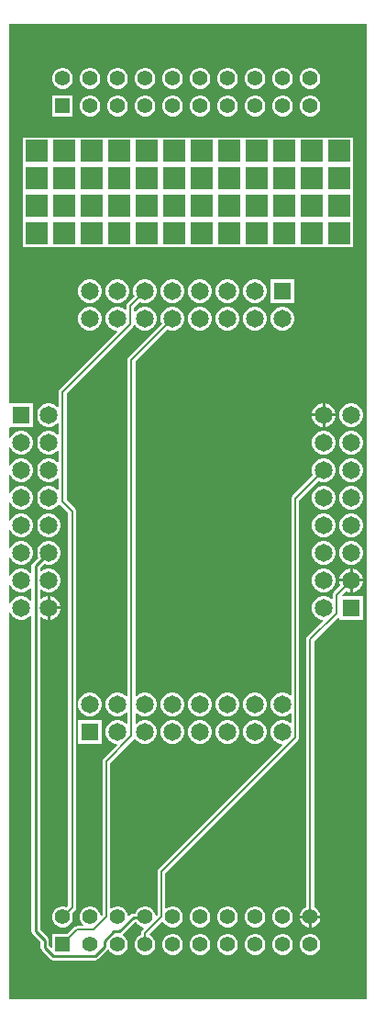
<source format=gbr>
%TF.GenerationSoftware,Altium Limited,Altium Designer,23.4.1 (23)*%
G04 Layer_Physical_Order=2*
G04 Layer_Color=16711680*
%FSLAX45Y45*%
%MOMM*%
%TF.SameCoordinates,6CFBE55C-8612-4E24-A10C-01F6C23EBCE3*%
%TF.FilePolarity,Positive*%
%TF.FileFunction,Copper,L2,Bot,Signal*%
%TF.Part,Single*%
G01*
G75*
%TA.AperFunction,Conductor*%
%ADD14C,0.25400*%
%ADD15C,0.20000*%
%TA.AperFunction,ComponentPad*%
%ADD16C,1.65000*%
%ADD17R,1.65000X1.65000*%
%ADD18R,1.65000X1.65000*%
%TA.AperFunction,ViaPad*%
%ADD19R,2.00000X2.00000*%
%TA.AperFunction,ComponentPad*%
%ADD20R,1.39000X1.39000*%
%ADD21C,1.39000*%
G36*
X3314700Y0D02*
X12700D01*
Y3571610D01*
X25400Y3573282D01*
X26453Y3569352D01*
X40659Y3544748D01*
X60748Y3524658D01*
X85352Y3510453D01*
X112795Y3503100D01*
X141205D01*
X168648Y3510453D01*
X193252Y3524658D01*
X208854Y3540260D01*
X221554Y3534999D01*
Y628600D01*
X224511Y613734D01*
X232931Y601131D01*
X304053Y530009D01*
Y480218D01*
X307011Y465353D01*
X315431Y452750D01*
X395250Y372931D01*
X407853Y364511D01*
X422718Y361554D01*
X806569D01*
X821435Y364511D01*
X834038Y372931D01*
X920067Y458961D01*
X934308Y459696D01*
X940061Y449730D01*
X957730Y432061D01*
X979370Y419567D01*
X1003506Y413100D01*
X1028494D01*
X1052630Y419567D01*
X1074270Y432061D01*
X1091939Y449730D01*
X1104433Y471370D01*
X1110900Y495506D01*
Y520494D01*
X1104433Y544630D01*
X1091939Y566270D01*
X1074270Y583939D01*
X1065649Y588917D01*
X1065039Y603933D01*
X1174826Y713719D01*
X1189097Y712329D01*
X1194061Y703730D01*
X1211730Y686061D01*
X1233370Y673567D01*
X1255093Y667747D01*
X1261037Y655730D01*
X1244478Y639171D01*
X1236654Y627462D01*
X1233907Y613649D01*
Y596576D01*
X1233370Y596433D01*
X1211730Y583939D01*
X1194061Y566270D01*
X1181567Y544630D01*
X1175100Y520494D01*
Y495506D01*
X1181567Y471370D01*
X1194061Y449730D01*
X1211730Y432061D01*
X1233370Y419567D01*
X1257506Y413100D01*
X1282494D01*
X1306630Y419567D01*
X1328270Y432061D01*
X1345939Y449730D01*
X1358433Y471370D01*
X1364900Y495506D01*
Y520494D01*
X1358433Y544630D01*
X1345939Y566270D01*
X1328270Y583939D01*
X1316240Y590885D01*
X1314150Y606756D01*
X1425244Y717850D01*
X1441115Y715760D01*
X1448061Y703730D01*
X1465730Y686061D01*
X1487370Y673567D01*
X1511506Y667100D01*
X1536494D01*
X1560630Y673567D01*
X1582270Y686061D01*
X1599939Y703730D01*
X1612433Y725370D01*
X1618900Y749506D01*
Y774494D01*
X1612433Y798630D01*
X1599939Y820270D01*
X1582270Y837939D01*
X1560630Y850433D01*
X1536494Y856900D01*
X1511506D01*
X1487370Y850433D01*
X1467893Y839188D01*
X1455193Y843481D01*
Y1166414D01*
X2682422Y2393642D01*
X2690246Y2405352D01*
X2692993Y2419164D01*
Y4603949D01*
X2872372Y4783328D01*
X2877352Y4780453D01*
X2904795Y4773100D01*
X2933205D01*
X2960648Y4780453D01*
X2985252Y4794658D01*
X3005341Y4814748D01*
X3019547Y4839352D01*
X3026900Y4866795D01*
Y4895205D01*
X3019547Y4922648D01*
X3005341Y4947252D01*
X2985252Y4967341D01*
X2960648Y4981547D01*
X2933205Y4988900D01*
X2904795D01*
X2877352Y4981547D01*
X2852748Y4967341D01*
X2832659Y4947252D01*
X2818453Y4922648D01*
X2811100Y4895205D01*
Y4866795D01*
X2818453Y4839352D01*
X2821328Y4834372D01*
X2631378Y4644422D01*
X2623554Y4632712D01*
X2620807Y4618900D01*
Y2809380D01*
X2609073Y2804520D01*
X2605252Y2808341D01*
X2580648Y2822547D01*
X2553205Y2829900D01*
X2524795D01*
X2497352Y2822547D01*
X2472748Y2808341D01*
X2452659Y2788252D01*
X2438453Y2763648D01*
X2431100Y2736205D01*
Y2707795D01*
X2438453Y2680352D01*
X2452659Y2655748D01*
X2472748Y2635658D01*
X2497352Y2621453D01*
X2524795Y2614100D01*
X2553205D01*
X2580648Y2621453D01*
X2605252Y2635658D01*
X2609073Y2639480D01*
X2620807Y2634619D01*
Y2555380D01*
X2609073Y2550520D01*
X2605252Y2554341D01*
X2580648Y2568547D01*
X2553205Y2575900D01*
X2524795D01*
X2497352Y2568547D01*
X2472748Y2554341D01*
X2452659Y2534252D01*
X2438453Y2509648D01*
X2431100Y2482205D01*
Y2453795D01*
X2438453Y2426352D01*
X2452659Y2401748D01*
X2472748Y2381658D01*
X2497352Y2367453D01*
X2524795Y2360100D01*
X2530198D01*
X2535058Y2348367D01*
X1393578Y1206886D01*
X1385754Y1195177D01*
X1383007Y1181364D01*
Y781082D01*
X1375930Y775709D01*
X1363233Y780713D01*
X1358433Y798630D01*
X1345939Y820270D01*
X1328270Y837939D01*
X1306630Y850433D01*
X1282494Y856900D01*
X1257506D01*
X1233370Y850433D01*
X1211730Y837939D01*
X1194061Y820270D01*
X1181567Y798630D01*
X1180615Y795077D01*
X1162400D01*
X1147534Y792120D01*
X1134931Y783699D01*
X1122281Y771049D01*
X1110238Y776966D01*
X1104433Y798630D01*
X1091939Y820270D01*
X1074270Y837939D01*
X1052630Y850433D01*
X1028494Y856900D01*
X1003506D01*
X979370Y850433D01*
X959893Y839188D01*
X947193Y843481D01*
Y2182414D01*
X1167457Y2402677D01*
X1181449Y2403843D01*
X1182659Y2401748D01*
X1202748Y2381658D01*
X1227352Y2367453D01*
X1254795Y2360100D01*
X1283205D01*
X1310648Y2367453D01*
X1335252Y2381658D01*
X1355341Y2401748D01*
X1369547Y2426352D01*
X1376900Y2453795D01*
Y2482205D01*
X1369547Y2509648D01*
X1355341Y2534252D01*
X1335252Y2554341D01*
X1310648Y2568547D01*
X1283205Y2575900D01*
X1254795D01*
X1227352Y2568547D01*
X1202748Y2554341D01*
X1192109Y2543703D01*
X1179409Y2548963D01*
Y2641037D01*
X1192109Y2646297D01*
X1202748Y2635658D01*
X1227352Y2621453D01*
X1254795Y2614100D01*
X1283205D01*
X1310648Y2621453D01*
X1335252Y2635658D01*
X1355341Y2655748D01*
X1369547Y2680352D01*
X1376900Y2707795D01*
Y2736205D01*
X1369547Y2763648D01*
X1355341Y2788252D01*
X1335252Y2808341D01*
X1310648Y2822547D01*
X1283205Y2829900D01*
X1254795D01*
X1227352Y2822547D01*
X1202748Y2808341D01*
X1192109Y2797703D01*
X1179409Y2802963D01*
Y5883365D01*
X1476372Y6180328D01*
X1481352Y6177453D01*
X1508795Y6170100D01*
X1537205D01*
X1564648Y6177453D01*
X1589252Y6191658D01*
X1609341Y6211748D01*
X1623547Y6236352D01*
X1630900Y6263795D01*
Y6292205D01*
X1623547Y6319648D01*
X1609341Y6344252D01*
X1589252Y6364341D01*
X1564648Y6378547D01*
X1537205Y6385900D01*
X1508795D01*
X1481352Y6378547D01*
X1456748Y6364341D01*
X1436659Y6344252D01*
X1422453Y6319648D01*
X1415100Y6292205D01*
Y6263795D01*
X1422453Y6236352D01*
X1425328Y6231372D01*
X1117794Y5923838D01*
X1109970Y5912128D01*
X1107222Y5898316D01*
Y2800332D01*
X1094522Y2795071D01*
X1081252Y2808341D01*
X1056648Y2822547D01*
X1029205Y2829900D01*
X1000795D01*
X973352Y2822547D01*
X948748Y2808341D01*
X928659Y2788252D01*
X914453Y2763648D01*
X907100Y2736205D01*
Y2707795D01*
X914453Y2680352D01*
X928659Y2655748D01*
X948748Y2635658D01*
X973352Y2621453D01*
X1000795Y2614100D01*
X1029205D01*
X1056648Y2621453D01*
X1081252Y2635658D01*
X1094522Y2648929D01*
X1107222Y2643668D01*
Y2546332D01*
X1094522Y2541071D01*
X1081252Y2554341D01*
X1056648Y2568547D01*
X1029205Y2575900D01*
X1000795D01*
X973352Y2568547D01*
X948748Y2554341D01*
X928659Y2534252D01*
X914453Y2509648D01*
X907100Y2482205D01*
Y2453795D01*
X914453Y2426352D01*
X928659Y2401748D01*
X948748Y2381658D01*
X973352Y2367453D01*
X1000795Y2360100D01*
X1006198D01*
X1011058Y2348367D01*
X885578Y2222886D01*
X877754Y2211177D01*
X875007Y2197364D01*
Y781082D01*
X867930Y775709D01*
X855233Y780713D01*
X850433Y798630D01*
X837939Y820270D01*
X820270Y837939D01*
X798630Y850433D01*
X774494Y856900D01*
X749506D01*
X725370Y850433D01*
X703730Y837939D01*
X686061Y820270D01*
X673567Y798630D01*
X667100Y774494D01*
Y749506D01*
X673567Y725370D01*
X686061Y703730D01*
X697973Y691818D01*
X692712Y679118D01*
X643025D01*
X629212Y676371D01*
X617503Y668547D01*
X551856Y602900D01*
X413100D01*
Y481549D01*
X401367Y476689D01*
X381747Y496309D01*
Y546100D01*
X378789Y560966D01*
X370369Y573569D01*
X299247Y644691D01*
Y3523566D01*
X310980Y3528427D01*
X314748Y3524658D01*
X339352Y3510453D01*
X366795Y3503100D01*
X368300D01*
Y3611000D01*
Y3718900D01*
X366795D01*
X339352Y3711547D01*
X314748Y3697341D01*
X310980Y3693573D01*
X299247Y3698434D01*
Y3777566D01*
X310980Y3782427D01*
X314748Y3778658D01*
X339352Y3764453D01*
X366795Y3757100D01*
X395205D01*
X422648Y3764453D01*
X447252Y3778658D01*
X467341Y3798748D01*
X481547Y3823352D01*
X488900Y3850795D01*
Y3879205D01*
X481547Y3906648D01*
X467341Y3931252D01*
X447252Y3951341D01*
X422648Y3965547D01*
X395205Y3972900D01*
X366795D01*
X339352Y3965547D01*
X314748Y3951341D01*
X310980Y3947573D01*
X299247Y3952434D01*
Y3982309D01*
X336840Y4019903D01*
X339352Y4018453D01*
X366795Y4011100D01*
X395205D01*
X422648Y4018453D01*
X447252Y4032658D01*
X467341Y4052748D01*
X481547Y4077352D01*
X488900Y4104795D01*
Y4133205D01*
X481547Y4160648D01*
X467341Y4185252D01*
X447252Y4205341D01*
X422648Y4219547D01*
X395205Y4226900D01*
X366795D01*
X339352Y4219547D01*
X314748Y4205341D01*
X294659Y4185252D01*
X280453Y4160648D01*
X273100Y4133205D01*
Y4104795D01*
X280453Y4077352D01*
X281903Y4074840D01*
X232931Y4025869D01*
X224511Y4013266D01*
X221554Y3998400D01*
Y3941000D01*
X208854Y3935740D01*
X193252Y3951341D01*
X168648Y3965547D01*
X141205Y3972900D01*
X112795D01*
X85352Y3965547D01*
X60748Y3951341D01*
X40659Y3931252D01*
X26453Y3906648D01*
X25400Y3902718D01*
X12700Y3904390D01*
Y4079610D01*
X25400Y4081282D01*
X26453Y4077352D01*
X40659Y4052748D01*
X60748Y4032658D01*
X85352Y4018453D01*
X112795Y4011100D01*
X141205D01*
X168648Y4018453D01*
X193252Y4032658D01*
X213341Y4052748D01*
X227547Y4077352D01*
X234900Y4104795D01*
Y4133205D01*
X227547Y4160648D01*
X213341Y4185252D01*
X193252Y4205341D01*
X168648Y4219547D01*
X141205Y4226900D01*
X112795D01*
X85352Y4219547D01*
X60748Y4205341D01*
X40659Y4185252D01*
X26453Y4160648D01*
X25400Y4156718D01*
X12700Y4158390D01*
Y4333610D01*
X25400Y4335282D01*
X26453Y4331352D01*
X40659Y4306748D01*
X60748Y4286658D01*
X85352Y4272453D01*
X112795Y4265100D01*
X141205D01*
X168648Y4272453D01*
X193252Y4286658D01*
X213341Y4306748D01*
X227547Y4331352D01*
X234900Y4358795D01*
Y4387205D01*
X227547Y4414648D01*
X213341Y4439252D01*
X193252Y4459341D01*
X168648Y4473547D01*
X141205Y4480900D01*
X112795D01*
X85352Y4473547D01*
X60748Y4459341D01*
X40659Y4439252D01*
X26453Y4414648D01*
X25400Y4410718D01*
X12700Y4412390D01*
Y4587610D01*
X25400Y4589282D01*
X26453Y4585352D01*
X40659Y4560748D01*
X60748Y4540658D01*
X85352Y4526453D01*
X112795Y4519100D01*
X141205D01*
X168648Y4526453D01*
X193252Y4540658D01*
X213341Y4560748D01*
X227547Y4585352D01*
X234900Y4612795D01*
Y4641205D01*
X227547Y4668648D01*
X213341Y4693252D01*
X193252Y4713341D01*
X168648Y4727547D01*
X141205Y4734900D01*
X112795D01*
X85352Y4727547D01*
X60748Y4713341D01*
X40659Y4693252D01*
X26453Y4668648D01*
X25400Y4664718D01*
X12700Y4666390D01*
Y4841610D01*
X25400Y4843282D01*
X26453Y4839352D01*
X40659Y4814748D01*
X60748Y4794658D01*
X85352Y4780453D01*
X112795Y4773100D01*
X141205D01*
X168648Y4780453D01*
X193252Y4794658D01*
X213341Y4814748D01*
X227547Y4839352D01*
X234900Y4866795D01*
Y4895205D01*
X227547Y4922648D01*
X213341Y4947252D01*
X193252Y4967341D01*
X168648Y4981547D01*
X141205Y4988900D01*
X112795D01*
X85352Y4981547D01*
X60748Y4967341D01*
X40659Y4947252D01*
X26453Y4922648D01*
X25400Y4918718D01*
X12700Y4920390D01*
Y5095610D01*
X25400Y5097282D01*
X26453Y5093352D01*
X40659Y5068748D01*
X60748Y5048658D01*
X85352Y5034453D01*
X112795Y5027100D01*
X141205D01*
X168648Y5034453D01*
X193252Y5048658D01*
X213341Y5068748D01*
X227547Y5093352D01*
X234900Y5120795D01*
Y5149205D01*
X227547Y5176648D01*
X213341Y5201252D01*
X193252Y5221341D01*
X168648Y5235547D01*
X141205Y5242900D01*
X112795D01*
X85352Y5235547D01*
X60748Y5221341D01*
X40659Y5201252D01*
X26453Y5176648D01*
X25400Y5172718D01*
X12700Y5174390D01*
Y5271051D01*
X19100Y5281100D01*
X25400Y5281100D01*
X234900D01*
Y5496900D01*
X25400D01*
X19100Y5496900D01*
X12700Y5506949D01*
Y8991600D01*
X3314700D01*
Y0D01*
D02*
G37*
G36*
X26453Y3823352D02*
X40659Y3798748D01*
X60748Y3778658D01*
X85352Y3764453D01*
X112795Y3757100D01*
X141205D01*
X168648Y3764453D01*
X193252Y3778658D01*
X208854Y3794260D01*
X221554Y3788999D01*
Y3687000D01*
X208854Y3681740D01*
X193252Y3697341D01*
X168648Y3711547D01*
X141205Y3718900D01*
X112795D01*
X85352Y3711547D01*
X60748Y3697341D01*
X40659Y3677252D01*
X26453Y3652648D01*
X25400Y3648718D01*
X12700Y3650390D01*
Y3825610D01*
X25400Y3827282D01*
X26453Y3823352D01*
D02*
G37*
%LPC*%
G36*
X2806494Y8586900D02*
X2781506D01*
X2757370Y8580433D01*
X2735730Y8567939D01*
X2718061Y8550270D01*
X2705567Y8528630D01*
X2699100Y8504494D01*
Y8479506D01*
X2705567Y8455370D01*
X2718061Y8433730D01*
X2735730Y8416061D01*
X2757370Y8403567D01*
X2781506Y8397100D01*
X2806494D01*
X2830630Y8403567D01*
X2852270Y8416061D01*
X2869939Y8433730D01*
X2882433Y8455370D01*
X2888900Y8479506D01*
Y8504494D01*
X2882433Y8528630D01*
X2869939Y8550270D01*
X2852270Y8567939D01*
X2830630Y8580433D01*
X2806494Y8586900D01*
D02*
G37*
G36*
X2552494D02*
X2527506D01*
X2503370Y8580433D01*
X2481730Y8567939D01*
X2464061Y8550270D01*
X2451567Y8528630D01*
X2445100Y8504494D01*
Y8479506D01*
X2451567Y8455370D01*
X2464061Y8433730D01*
X2481730Y8416061D01*
X2503370Y8403567D01*
X2527506Y8397100D01*
X2552494D01*
X2576630Y8403567D01*
X2598270Y8416061D01*
X2615939Y8433730D01*
X2628433Y8455370D01*
X2634900Y8479506D01*
Y8504494D01*
X2628433Y8528630D01*
X2615939Y8550270D01*
X2598270Y8567939D01*
X2576630Y8580433D01*
X2552494Y8586900D01*
D02*
G37*
G36*
X2298494D02*
X2273506D01*
X2249370Y8580433D01*
X2227730Y8567939D01*
X2210061Y8550270D01*
X2197567Y8528630D01*
X2191100Y8504494D01*
Y8479506D01*
X2197567Y8455370D01*
X2210061Y8433730D01*
X2227730Y8416061D01*
X2249370Y8403567D01*
X2273506Y8397100D01*
X2298494D01*
X2322630Y8403567D01*
X2344270Y8416061D01*
X2361939Y8433730D01*
X2374433Y8455370D01*
X2380900Y8479506D01*
Y8504494D01*
X2374433Y8528630D01*
X2361939Y8550270D01*
X2344270Y8567939D01*
X2322630Y8580433D01*
X2298494Y8586900D01*
D02*
G37*
G36*
X2044494D02*
X2019506D01*
X1995370Y8580433D01*
X1973730Y8567939D01*
X1956061Y8550270D01*
X1943567Y8528630D01*
X1937100Y8504494D01*
Y8479506D01*
X1943567Y8455370D01*
X1956061Y8433730D01*
X1973730Y8416061D01*
X1995370Y8403567D01*
X2019506Y8397100D01*
X2044494D01*
X2068630Y8403567D01*
X2090270Y8416061D01*
X2107939Y8433730D01*
X2120433Y8455370D01*
X2126900Y8479506D01*
Y8504494D01*
X2120433Y8528630D01*
X2107939Y8550270D01*
X2090270Y8567939D01*
X2068630Y8580433D01*
X2044494Y8586900D01*
D02*
G37*
G36*
X1790494D02*
X1765506D01*
X1741370Y8580433D01*
X1719730Y8567939D01*
X1702061Y8550270D01*
X1689567Y8528630D01*
X1683100Y8504494D01*
Y8479506D01*
X1689567Y8455370D01*
X1702061Y8433730D01*
X1719730Y8416061D01*
X1741370Y8403567D01*
X1765506Y8397100D01*
X1790494D01*
X1814630Y8403567D01*
X1836270Y8416061D01*
X1853939Y8433730D01*
X1866433Y8455370D01*
X1872900Y8479506D01*
Y8504494D01*
X1866433Y8528630D01*
X1853939Y8550270D01*
X1836270Y8567939D01*
X1814630Y8580433D01*
X1790494Y8586900D01*
D02*
G37*
G36*
X1536494D02*
X1511506D01*
X1487370Y8580433D01*
X1465730Y8567939D01*
X1448061Y8550270D01*
X1435567Y8528630D01*
X1429100Y8504494D01*
Y8479506D01*
X1435567Y8455370D01*
X1448061Y8433730D01*
X1465730Y8416061D01*
X1487370Y8403567D01*
X1511506Y8397100D01*
X1536494D01*
X1560630Y8403567D01*
X1582270Y8416061D01*
X1599939Y8433730D01*
X1612433Y8455370D01*
X1618900Y8479506D01*
Y8504494D01*
X1612433Y8528630D01*
X1599939Y8550270D01*
X1582270Y8567939D01*
X1560630Y8580433D01*
X1536494Y8586900D01*
D02*
G37*
G36*
X1282494D02*
X1257506D01*
X1233370Y8580433D01*
X1211730Y8567939D01*
X1194061Y8550270D01*
X1181567Y8528630D01*
X1175100Y8504494D01*
Y8479506D01*
X1181567Y8455370D01*
X1194061Y8433730D01*
X1211730Y8416061D01*
X1233370Y8403567D01*
X1257506Y8397100D01*
X1282494D01*
X1306630Y8403567D01*
X1328270Y8416061D01*
X1345939Y8433730D01*
X1358433Y8455370D01*
X1364900Y8479506D01*
Y8504494D01*
X1358433Y8528630D01*
X1345939Y8550270D01*
X1328270Y8567939D01*
X1306630Y8580433D01*
X1282494Y8586900D01*
D02*
G37*
G36*
X1028494D02*
X1003506D01*
X979370Y8580433D01*
X957730Y8567939D01*
X940061Y8550270D01*
X927567Y8528630D01*
X921100Y8504494D01*
Y8479506D01*
X927567Y8455370D01*
X940061Y8433730D01*
X957730Y8416061D01*
X979370Y8403567D01*
X1003506Y8397100D01*
X1028494D01*
X1052630Y8403567D01*
X1074270Y8416061D01*
X1091939Y8433730D01*
X1104433Y8455370D01*
X1110900Y8479506D01*
Y8504494D01*
X1104433Y8528630D01*
X1091939Y8550270D01*
X1074270Y8567939D01*
X1052630Y8580433D01*
X1028494Y8586900D01*
D02*
G37*
G36*
X774494D02*
X749506D01*
X725370Y8580433D01*
X703730Y8567939D01*
X686061Y8550270D01*
X673567Y8528630D01*
X667100Y8504494D01*
Y8479506D01*
X673567Y8455370D01*
X686061Y8433730D01*
X703730Y8416061D01*
X725370Y8403567D01*
X749506Y8397100D01*
X774494D01*
X798630Y8403567D01*
X820270Y8416061D01*
X837939Y8433730D01*
X850433Y8455370D01*
X856900Y8479506D01*
Y8504494D01*
X850433Y8528630D01*
X837939Y8550270D01*
X820270Y8567939D01*
X798630Y8580433D01*
X774494Y8586900D01*
D02*
G37*
G36*
X520494D02*
X495506D01*
X471370Y8580433D01*
X449730Y8567939D01*
X432061Y8550270D01*
X419567Y8528630D01*
X413100Y8504494D01*
Y8479506D01*
X419567Y8455370D01*
X432061Y8433730D01*
X449730Y8416061D01*
X471370Y8403567D01*
X495506Y8397100D01*
X520494D01*
X544630Y8403567D01*
X566270Y8416061D01*
X583939Y8433730D01*
X596433Y8455370D01*
X602900Y8479506D01*
Y8504494D01*
X596433Y8528630D01*
X583939Y8550270D01*
X566270Y8567939D01*
X544630Y8580433D01*
X520494Y8586900D01*
D02*
G37*
G36*
X2806494Y8332900D02*
X2781506D01*
X2757370Y8326433D01*
X2735730Y8313939D01*
X2718061Y8296270D01*
X2705567Y8274630D01*
X2699100Y8250494D01*
Y8225506D01*
X2705567Y8201370D01*
X2718061Y8179730D01*
X2735730Y8162061D01*
X2757370Y8149567D01*
X2781506Y8143100D01*
X2806494D01*
X2830630Y8149567D01*
X2852270Y8162061D01*
X2869939Y8179730D01*
X2882433Y8201370D01*
X2888900Y8225506D01*
Y8250494D01*
X2882433Y8274630D01*
X2869939Y8296270D01*
X2852270Y8313939D01*
X2830630Y8326433D01*
X2806494Y8332900D01*
D02*
G37*
G36*
X2552494D02*
X2527506D01*
X2503370Y8326433D01*
X2481730Y8313939D01*
X2464061Y8296270D01*
X2451567Y8274630D01*
X2445100Y8250494D01*
Y8225506D01*
X2451567Y8201370D01*
X2464061Y8179730D01*
X2481730Y8162061D01*
X2503370Y8149567D01*
X2527506Y8143100D01*
X2552494D01*
X2576630Y8149567D01*
X2598270Y8162061D01*
X2615939Y8179730D01*
X2628433Y8201370D01*
X2634900Y8225506D01*
Y8250494D01*
X2628433Y8274630D01*
X2615939Y8296270D01*
X2598270Y8313939D01*
X2576630Y8326433D01*
X2552494Y8332900D01*
D02*
G37*
G36*
X2298494D02*
X2273506D01*
X2249370Y8326433D01*
X2227730Y8313939D01*
X2210061Y8296270D01*
X2197567Y8274630D01*
X2191100Y8250494D01*
Y8225506D01*
X2197567Y8201370D01*
X2210061Y8179730D01*
X2227730Y8162061D01*
X2249370Y8149567D01*
X2273506Y8143100D01*
X2298494D01*
X2322630Y8149567D01*
X2344270Y8162061D01*
X2361939Y8179730D01*
X2374433Y8201370D01*
X2380900Y8225506D01*
Y8250494D01*
X2374433Y8274630D01*
X2361939Y8296270D01*
X2344270Y8313939D01*
X2322630Y8326433D01*
X2298494Y8332900D01*
D02*
G37*
G36*
X2044494D02*
X2019506D01*
X1995370Y8326433D01*
X1973730Y8313939D01*
X1956061Y8296270D01*
X1943567Y8274630D01*
X1937100Y8250494D01*
Y8225506D01*
X1943567Y8201370D01*
X1956061Y8179730D01*
X1973730Y8162061D01*
X1995370Y8149567D01*
X2019506Y8143100D01*
X2044494D01*
X2068630Y8149567D01*
X2090270Y8162061D01*
X2107939Y8179730D01*
X2120433Y8201370D01*
X2126900Y8225506D01*
Y8250494D01*
X2120433Y8274630D01*
X2107939Y8296270D01*
X2090270Y8313939D01*
X2068630Y8326433D01*
X2044494Y8332900D01*
D02*
G37*
G36*
X1790494D02*
X1765506D01*
X1741370Y8326433D01*
X1719730Y8313939D01*
X1702061Y8296270D01*
X1689567Y8274630D01*
X1683100Y8250494D01*
Y8225506D01*
X1689567Y8201370D01*
X1702061Y8179730D01*
X1719730Y8162061D01*
X1741370Y8149567D01*
X1765506Y8143100D01*
X1790494D01*
X1814630Y8149567D01*
X1836270Y8162061D01*
X1853939Y8179730D01*
X1866433Y8201370D01*
X1872900Y8225506D01*
Y8250494D01*
X1866433Y8274630D01*
X1853939Y8296270D01*
X1836270Y8313939D01*
X1814630Y8326433D01*
X1790494Y8332900D01*
D02*
G37*
G36*
X1536494D02*
X1511506D01*
X1487370Y8326433D01*
X1465730Y8313939D01*
X1448061Y8296270D01*
X1435567Y8274630D01*
X1429100Y8250494D01*
Y8225506D01*
X1435567Y8201370D01*
X1448061Y8179730D01*
X1465730Y8162061D01*
X1487370Y8149567D01*
X1511506Y8143100D01*
X1536494D01*
X1560630Y8149567D01*
X1582270Y8162061D01*
X1599939Y8179730D01*
X1612433Y8201370D01*
X1618900Y8225506D01*
Y8250494D01*
X1612433Y8274630D01*
X1599939Y8296270D01*
X1582270Y8313939D01*
X1560630Y8326433D01*
X1536494Y8332900D01*
D02*
G37*
G36*
X1282494D02*
X1257506D01*
X1233370Y8326433D01*
X1211730Y8313939D01*
X1194061Y8296270D01*
X1181567Y8274630D01*
X1175100Y8250494D01*
Y8225506D01*
X1181567Y8201370D01*
X1194061Y8179730D01*
X1211730Y8162061D01*
X1233370Y8149567D01*
X1257506Y8143100D01*
X1282494D01*
X1306630Y8149567D01*
X1328270Y8162061D01*
X1345939Y8179730D01*
X1358433Y8201370D01*
X1364900Y8225506D01*
Y8250494D01*
X1358433Y8274630D01*
X1345939Y8296270D01*
X1328270Y8313939D01*
X1306630Y8326433D01*
X1282494Y8332900D01*
D02*
G37*
G36*
X1028494D02*
X1003506D01*
X979370Y8326433D01*
X957730Y8313939D01*
X940061Y8296270D01*
X927567Y8274630D01*
X921100Y8250494D01*
Y8225506D01*
X927567Y8201370D01*
X940061Y8179730D01*
X957730Y8162061D01*
X979370Y8149567D01*
X1003506Y8143100D01*
X1028494D01*
X1052630Y8149567D01*
X1074270Y8162061D01*
X1091939Y8179730D01*
X1104433Y8201370D01*
X1110900Y8225506D01*
Y8250494D01*
X1104433Y8274630D01*
X1091939Y8296270D01*
X1074270Y8313939D01*
X1052630Y8326433D01*
X1028494Y8332900D01*
D02*
G37*
G36*
X774494D02*
X749506D01*
X725370Y8326433D01*
X703730Y8313939D01*
X686061Y8296270D01*
X673567Y8274630D01*
X667100Y8250494D01*
Y8225506D01*
X673567Y8201370D01*
X686061Y8179730D01*
X703730Y8162061D01*
X725370Y8149567D01*
X749506Y8143100D01*
X774494D01*
X798630Y8149567D01*
X820270Y8162061D01*
X837939Y8179730D01*
X850433Y8201370D01*
X856900Y8225506D01*
Y8250494D01*
X850433Y8274630D01*
X837939Y8296270D01*
X820270Y8313939D01*
X798630Y8326433D01*
X774494Y8332900D01*
D02*
G37*
G36*
X602900D02*
X413100D01*
Y8143100D01*
X602900D01*
Y8332900D01*
D02*
G37*
G36*
X2935300Y7948600D02*
X2922600Y7948600D01*
X2690800D01*
X2681300Y7948600D01*
X2668600Y7948600D01*
X2436800D01*
X2427300Y7948600D01*
X2414600Y7948600D01*
X2182800D01*
X2173300Y7948600D01*
X2160600Y7948600D01*
X1928800D01*
X1919300Y7948600D01*
X1906600Y7948600D01*
X1674800D01*
X1665300Y7948600D01*
X1652600Y7948600D01*
X1420800D01*
X1411300Y7948600D01*
X1398600Y7948600D01*
X1166800D01*
X1157300Y7948600D01*
X1144600Y7948600D01*
X912800D01*
X903300Y7948600D01*
X890600Y7948600D01*
X658800D01*
X649300Y7948600D01*
X636600Y7948600D01*
X404800D01*
X395300Y7948600D01*
X382600Y7948600D01*
X141300D01*
Y7707300D01*
X141300Y7697800D01*
X141300Y7685100D01*
Y7453300D01*
X141300Y7443800D01*
X141300Y7431100D01*
Y7199300D01*
X141300Y7189800D01*
X141300Y7177100D01*
Y6935800D01*
X382600D01*
X392100Y6935800D01*
X404800Y6935800D01*
X636600D01*
X646100Y6935800D01*
X658800Y6935800D01*
X890600D01*
X900100Y6935800D01*
X912800Y6935800D01*
X1144600D01*
X1154100Y6935800D01*
X1166800Y6935800D01*
X1398600D01*
X1408100Y6935800D01*
X1420800Y6935800D01*
X1652600D01*
X1662100Y6935800D01*
X1674800Y6935800D01*
X1906600D01*
X1916100Y6935800D01*
X1928800Y6935800D01*
X2160600D01*
X2170100Y6935800D01*
X2182800Y6935800D01*
X2414600D01*
X2424100Y6935800D01*
X2436800Y6935800D01*
X2668600D01*
X2678100Y6935800D01*
X2690800Y6935800D01*
X2922600D01*
X2932100Y6935800D01*
X2944800Y6935800D01*
X3186100D01*
Y7177100D01*
X3186100Y7186600D01*
X3186100Y7199300D01*
Y7431100D01*
X3186100Y7440600D01*
X3186100Y7453300D01*
Y7685100D01*
X3186100Y7694600D01*
X3186100Y7707300D01*
Y7948600D01*
X2944800D01*
X2935300Y7948600D01*
D02*
G37*
G36*
X2646900Y6639900D02*
X2431100D01*
Y6424100D01*
X2646900D01*
Y6639900D01*
D02*
G37*
G36*
X2299205D02*
X2270795D01*
X2243352Y6632547D01*
X2218748Y6618341D01*
X2198659Y6598252D01*
X2184453Y6573648D01*
X2177100Y6546205D01*
Y6517795D01*
X2184453Y6490352D01*
X2198659Y6465748D01*
X2218748Y6445658D01*
X2243352Y6431453D01*
X2270795Y6424100D01*
X2299205D01*
X2326648Y6431453D01*
X2351252Y6445658D01*
X2371341Y6465748D01*
X2385547Y6490352D01*
X2392900Y6517795D01*
Y6546205D01*
X2385547Y6573648D01*
X2371341Y6598252D01*
X2351252Y6618341D01*
X2326648Y6632547D01*
X2299205Y6639900D01*
D02*
G37*
G36*
X2045205D02*
X2016795D01*
X1989352Y6632547D01*
X1964748Y6618341D01*
X1944659Y6598252D01*
X1930453Y6573648D01*
X1923100Y6546205D01*
Y6517795D01*
X1930453Y6490352D01*
X1944659Y6465748D01*
X1964748Y6445658D01*
X1989352Y6431453D01*
X2016795Y6424100D01*
X2045205D01*
X2072648Y6431453D01*
X2097252Y6445658D01*
X2117341Y6465748D01*
X2131547Y6490352D01*
X2138900Y6517795D01*
Y6546205D01*
X2131547Y6573648D01*
X2117341Y6598252D01*
X2097252Y6618341D01*
X2072648Y6632547D01*
X2045205Y6639900D01*
D02*
G37*
G36*
X1791205D02*
X1762795D01*
X1735352Y6632547D01*
X1710748Y6618341D01*
X1690659Y6598252D01*
X1676453Y6573648D01*
X1669100Y6546205D01*
Y6517795D01*
X1676453Y6490352D01*
X1690659Y6465748D01*
X1710748Y6445658D01*
X1735352Y6431453D01*
X1762795Y6424100D01*
X1791205D01*
X1818648Y6431453D01*
X1843252Y6445658D01*
X1863341Y6465748D01*
X1877547Y6490352D01*
X1884900Y6517795D01*
Y6546205D01*
X1877547Y6573648D01*
X1863341Y6598252D01*
X1843252Y6618341D01*
X1818648Y6632547D01*
X1791205Y6639900D01*
D02*
G37*
G36*
X1537205D02*
X1508795D01*
X1481352Y6632547D01*
X1456748Y6618341D01*
X1436659Y6598252D01*
X1422453Y6573648D01*
X1415100Y6546205D01*
Y6517795D01*
X1422453Y6490352D01*
X1436659Y6465748D01*
X1456748Y6445658D01*
X1481352Y6431453D01*
X1508795Y6424100D01*
X1537205D01*
X1564648Y6431453D01*
X1589252Y6445658D01*
X1609341Y6465748D01*
X1623547Y6490352D01*
X1630900Y6517795D01*
Y6546205D01*
X1623547Y6573648D01*
X1609341Y6598252D01*
X1589252Y6618341D01*
X1564648Y6632547D01*
X1537205Y6639900D01*
D02*
G37*
G36*
X1283205D02*
X1254795D01*
X1227352Y6632547D01*
X1202748Y6618341D01*
X1182659Y6598252D01*
X1168453Y6573648D01*
X1161100Y6546205D01*
Y6517795D01*
X1168453Y6490352D01*
X1171328Y6485372D01*
X1107378Y6421422D01*
X1099554Y6409712D01*
X1096807Y6395900D01*
Y6365380D01*
X1085073Y6360520D01*
X1081252Y6364341D01*
X1056648Y6378547D01*
X1029205Y6385900D01*
X1000795D01*
X973352Y6378547D01*
X948748Y6364341D01*
X928659Y6344252D01*
X914453Y6319648D01*
X907100Y6292205D01*
Y6263795D01*
X914453Y6236352D01*
X928659Y6211748D01*
X948748Y6191658D01*
X973352Y6177453D01*
X1000795Y6170100D01*
X1006198D01*
X1011058Y6158367D01*
X482478Y5629786D01*
X474654Y5618077D01*
X471907Y5604264D01*
Y5468647D01*
X459207Y5463387D01*
X447252Y5475341D01*
X422648Y5489547D01*
X395205Y5496900D01*
X366795D01*
X339352Y5489547D01*
X314748Y5475341D01*
X294659Y5455252D01*
X280453Y5430648D01*
X273100Y5403205D01*
Y5374795D01*
X280453Y5347352D01*
X294659Y5322748D01*
X314748Y5302658D01*
X339352Y5288453D01*
X366795Y5281100D01*
X395205D01*
X422648Y5288453D01*
X447252Y5302658D01*
X459207Y5314613D01*
X471907Y5309352D01*
Y5214647D01*
X459207Y5209387D01*
X447252Y5221341D01*
X422648Y5235547D01*
X395205Y5242900D01*
X366795D01*
X339352Y5235547D01*
X314748Y5221341D01*
X294659Y5201252D01*
X280453Y5176648D01*
X273100Y5149205D01*
Y5120795D01*
X280453Y5093352D01*
X294659Y5068748D01*
X314748Y5048658D01*
X339352Y5034453D01*
X366795Y5027100D01*
X395205D01*
X422648Y5034453D01*
X447252Y5048658D01*
X459207Y5060613D01*
X471907Y5055352D01*
Y4960647D01*
X459207Y4955387D01*
X447252Y4967341D01*
X422648Y4981547D01*
X395205Y4988900D01*
X366795D01*
X339352Y4981547D01*
X314748Y4967341D01*
X294659Y4947252D01*
X280453Y4922648D01*
X273100Y4895205D01*
Y4866795D01*
X280453Y4839352D01*
X294659Y4814748D01*
X314748Y4794658D01*
X339352Y4780453D01*
X366795Y4773100D01*
X395205D01*
X422648Y4780453D01*
X447252Y4794658D01*
X459207Y4806613D01*
X471907Y4801352D01*
Y4706647D01*
X459207Y4701387D01*
X447252Y4713341D01*
X422648Y4727547D01*
X395205Y4734900D01*
X366795D01*
X339352Y4727547D01*
X314748Y4713341D01*
X294659Y4693252D01*
X280453Y4668648D01*
X273100Y4641205D01*
Y4612795D01*
X280453Y4585352D01*
X294659Y4560748D01*
X314748Y4540658D01*
X339352Y4526453D01*
X366795Y4519100D01*
X395205D01*
X422648Y4526453D01*
X447252Y4540658D01*
X467341Y4560748D01*
X470133Y4565583D01*
X484262Y4564656D01*
X560807Y4488111D01*
Y3880040D01*
Y3733095D01*
Y865850D01*
X545111Y850155D01*
X544630Y850433D01*
X520494Y856900D01*
X495506D01*
X471370Y850433D01*
X449730Y837939D01*
X432061Y820270D01*
X419567Y798630D01*
X413100Y774494D01*
Y749506D01*
X419567Y725370D01*
X432061Y703730D01*
X449730Y686061D01*
X471370Y673567D01*
X495506Y667100D01*
X520494D01*
X544630Y673567D01*
X566270Y686061D01*
X583939Y703730D01*
X596433Y725370D01*
X602900Y749506D01*
Y774494D01*
X596433Y798630D01*
X596155Y799111D01*
X622422Y825378D01*
X630246Y837088D01*
X632993Y850900D01*
Y3733095D01*
Y3880040D01*
Y4503062D01*
X630246Y4516874D01*
X622422Y4528584D01*
X544093Y4606912D01*
Y5589314D01*
X1158422Y6203642D01*
X1166246Y6215352D01*
X1179549Y6217133D01*
X1182659Y6211748D01*
X1202748Y6191658D01*
X1227352Y6177453D01*
X1254795Y6170100D01*
X1283205D01*
X1310648Y6177453D01*
X1335252Y6191658D01*
X1355341Y6211748D01*
X1369547Y6236352D01*
X1376900Y6263795D01*
Y6292205D01*
X1369547Y6319648D01*
X1355341Y6344252D01*
X1335252Y6364341D01*
X1310648Y6378547D01*
X1283205Y6385900D01*
X1254795D01*
X1227352Y6378547D01*
X1202748Y6364341D01*
X1182659Y6344252D01*
X1181261Y6341831D01*
X1168993Y6345118D01*
Y6380949D01*
X1222372Y6434328D01*
X1227352Y6431453D01*
X1254795Y6424100D01*
X1283205D01*
X1310648Y6431453D01*
X1335252Y6445658D01*
X1355341Y6465748D01*
X1369547Y6490352D01*
X1376900Y6517795D01*
Y6546205D01*
X1369547Y6573648D01*
X1355341Y6598252D01*
X1335252Y6618341D01*
X1310648Y6632547D01*
X1283205Y6639900D01*
D02*
G37*
G36*
X1029205D02*
X1000795D01*
X973352Y6632547D01*
X948748Y6618341D01*
X928659Y6598252D01*
X914453Y6573648D01*
X907100Y6546205D01*
Y6517795D01*
X914453Y6490352D01*
X928659Y6465748D01*
X948748Y6445658D01*
X973352Y6431453D01*
X1000795Y6424100D01*
X1029205D01*
X1056648Y6431453D01*
X1081252Y6445658D01*
X1101341Y6465748D01*
X1115547Y6490352D01*
X1122900Y6517795D01*
Y6546205D01*
X1115547Y6573648D01*
X1101341Y6598252D01*
X1081252Y6618341D01*
X1056648Y6632547D01*
X1029205Y6639900D01*
D02*
G37*
G36*
X775205D02*
X746795D01*
X719352Y6632547D01*
X694748Y6618341D01*
X674659Y6598252D01*
X660453Y6573648D01*
X653100Y6546205D01*
Y6517795D01*
X660453Y6490352D01*
X674659Y6465748D01*
X694748Y6445658D01*
X719352Y6431453D01*
X746795Y6424100D01*
X775205D01*
X802648Y6431453D01*
X827252Y6445658D01*
X847341Y6465748D01*
X861547Y6490352D01*
X868900Y6517795D01*
Y6546205D01*
X861547Y6573648D01*
X847341Y6598252D01*
X827252Y6618341D01*
X802648Y6632547D01*
X775205Y6639900D01*
D02*
G37*
G36*
X2553205Y6385900D02*
X2524795D01*
X2497352Y6378547D01*
X2472748Y6364341D01*
X2452659Y6344252D01*
X2438453Y6319648D01*
X2431100Y6292205D01*
Y6263795D01*
X2438453Y6236352D01*
X2452659Y6211748D01*
X2472748Y6191658D01*
X2497352Y6177453D01*
X2524795Y6170100D01*
X2553205D01*
X2580648Y6177453D01*
X2605252Y6191658D01*
X2625341Y6211748D01*
X2639547Y6236352D01*
X2646900Y6263795D01*
Y6292205D01*
X2639547Y6319648D01*
X2625341Y6344252D01*
X2605252Y6364341D01*
X2580648Y6378547D01*
X2553205Y6385900D01*
D02*
G37*
G36*
X2299205D02*
X2270795D01*
X2243352Y6378547D01*
X2218748Y6364341D01*
X2198659Y6344252D01*
X2184453Y6319648D01*
X2177100Y6292205D01*
Y6263795D01*
X2184453Y6236352D01*
X2198659Y6211748D01*
X2218748Y6191658D01*
X2243352Y6177453D01*
X2270795Y6170100D01*
X2299205D01*
X2326648Y6177453D01*
X2351252Y6191658D01*
X2371341Y6211748D01*
X2385547Y6236352D01*
X2392900Y6263795D01*
Y6292205D01*
X2385547Y6319648D01*
X2371341Y6344252D01*
X2351252Y6364341D01*
X2326648Y6378547D01*
X2299205Y6385900D01*
D02*
G37*
G36*
X2045205D02*
X2016795D01*
X1989352Y6378547D01*
X1964748Y6364341D01*
X1944659Y6344252D01*
X1930453Y6319648D01*
X1923100Y6292205D01*
Y6263795D01*
X1930453Y6236352D01*
X1944659Y6211748D01*
X1964748Y6191658D01*
X1989352Y6177453D01*
X2016795Y6170100D01*
X2045205D01*
X2072648Y6177453D01*
X2097252Y6191658D01*
X2117341Y6211748D01*
X2131547Y6236352D01*
X2138900Y6263795D01*
Y6292205D01*
X2131547Y6319648D01*
X2117341Y6344252D01*
X2097252Y6364341D01*
X2072648Y6378547D01*
X2045205Y6385900D01*
D02*
G37*
G36*
X1791205D02*
X1762795D01*
X1735352Y6378547D01*
X1710748Y6364341D01*
X1690659Y6344252D01*
X1676453Y6319648D01*
X1669100Y6292205D01*
Y6263795D01*
X1676453Y6236352D01*
X1690659Y6211748D01*
X1710748Y6191658D01*
X1735352Y6177453D01*
X1762795Y6170100D01*
X1791205D01*
X1818648Y6177453D01*
X1843252Y6191658D01*
X1863341Y6211748D01*
X1877547Y6236352D01*
X1884900Y6263795D01*
Y6292205D01*
X1877547Y6319648D01*
X1863341Y6344252D01*
X1843252Y6364341D01*
X1818648Y6378547D01*
X1791205Y6385900D01*
D02*
G37*
G36*
X775205D02*
X746795D01*
X719352Y6378547D01*
X694748Y6364341D01*
X674659Y6344252D01*
X660453Y6319648D01*
X653100Y6292205D01*
Y6263795D01*
X660453Y6236352D01*
X674659Y6211748D01*
X694748Y6191658D01*
X719352Y6177453D01*
X746795Y6170100D01*
X775205D01*
X802648Y6177453D01*
X827252Y6191658D01*
X847341Y6211748D01*
X861547Y6236352D01*
X868900Y6263795D01*
Y6292205D01*
X861547Y6319648D01*
X847341Y6344252D01*
X827252Y6364341D01*
X802648Y6378547D01*
X775205Y6385900D01*
D02*
G37*
G36*
X2933205Y5496900D02*
X2931700D01*
Y5401700D01*
X3026900D01*
Y5403205D01*
X3019547Y5430648D01*
X3005341Y5455252D01*
X2985252Y5475341D01*
X2960648Y5489547D01*
X2933205Y5496900D01*
D02*
G37*
G36*
X2906300D02*
X2904795D01*
X2877352Y5489547D01*
X2852748Y5475341D01*
X2832659Y5455252D01*
X2818453Y5430648D01*
X2811100Y5403205D01*
Y5401700D01*
X2906300D01*
Y5496900D01*
D02*
G37*
G36*
X3187205D02*
X3158795D01*
X3131352Y5489547D01*
X3106748Y5475341D01*
X3086659Y5455252D01*
X3072453Y5430648D01*
X3065100Y5403205D01*
Y5374795D01*
X3072453Y5347352D01*
X3086659Y5322748D01*
X3106748Y5302658D01*
X3131352Y5288453D01*
X3158795Y5281100D01*
X3187205D01*
X3214648Y5288453D01*
X3239252Y5302658D01*
X3259341Y5322748D01*
X3273547Y5347352D01*
X3280900Y5374795D01*
Y5403205D01*
X3273547Y5430648D01*
X3259341Y5455252D01*
X3239252Y5475341D01*
X3214648Y5489547D01*
X3187205Y5496900D01*
D02*
G37*
G36*
X3026900Y5376300D02*
X2931700D01*
Y5281100D01*
X2933205D01*
X2960648Y5288453D01*
X2985252Y5302658D01*
X3005341Y5322748D01*
X3019547Y5347352D01*
X3026900Y5374795D01*
Y5376300D01*
D02*
G37*
G36*
X2906300D02*
X2811100D01*
Y5374795D01*
X2818453Y5347352D01*
X2832659Y5322748D01*
X2852748Y5302658D01*
X2877352Y5288453D01*
X2904795Y5281100D01*
X2906300D01*
Y5376300D01*
D02*
G37*
G36*
X3187205Y5242900D02*
X3158795D01*
X3131352Y5235547D01*
X3106748Y5221341D01*
X3086659Y5201252D01*
X3072453Y5176648D01*
X3065100Y5149205D01*
Y5120795D01*
X3072453Y5093352D01*
X3086659Y5068748D01*
X3106748Y5048658D01*
X3131352Y5034453D01*
X3158795Y5027100D01*
X3187205D01*
X3214648Y5034453D01*
X3239252Y5048658D01*
X3259341Y5068748D01*
X3273547Y5093352D01*
X3280900Y5120795D01*
Y5149205D01*
X3273547Y5176648D01*
X3259341Y5201252D01*
X3239252Y5221341D01*
X3214648Y5235547D01*
X3187205Y5242900D01*
D02*
G37*
G36*
X2933205D02*
X2904795D01*
X2877352Y5235547D01*
X2852748Y5221341D01*
X2832659Y5201252D01*
X2818453Y5176648D01*
X2811100Y5149205D01*
Y5120795D01*
X2818453Y5093352D01*
X2832659Y5068748D01*
X2852748Y5048658D01*
X2877352Y5034453D01*
X2904795Y5027100D01*
X2933205D01*
X2960648Y5034453D01*
X2985252Y5048658D01*
X3005341Y5068748D01*
X3019547Y5093352D01*
X3026900Y5120795D01*
Y5149205D01*
X3019547Y5176648D01*
X3005341Y5201252D01*
X2985252Y5221341D01*
X2960648Y5235547D01*
X2933205Y5242900D01*
D02*
G37*
G36*
X3187205Y4988900D02*
X3158795D01*
X3131352Y4981547D01*
X3106748Y4967341D01*
X3086659Y4947252D01*
X3072453Y4922648D01*
X3065100Y4895205D01*
Y4866795D01*
X3072453Y4839352D01*
X3086659Y4814748D01*
X3106748Y4794658D01*
X3131352Y4780453D01*
X3158795Y4773100D01*
X3187205D01*
X3214648Y4780453D01*
X3239252Y4794658D01*
X3259341Y4814748D01*
X3273547Y4839352D01*
X3280900Y4866795D01*
Y4895205D01*
X3273547Y4922648D01*
X3259341Y4947252D01*
X3239252Y4967341D01*
X3214648Y4981547D01*
X3187205Y4988900D01*
D02*
G37*
G36*
Y4734900D02*
X3158795D01*
X3131352Y4727547D01*
X3106748Y4713341D01*
X3086659Y4693252D01*
X3072453Y4668648D01*
X3065100Y4641205D01*
Y4612795D01*
X3072453Y4585352D01*
X3086659Y4560748D01*
X3106748Y4540658D01*
X3131352Y4526453D01*
X3158795Y4519100D01*
X3187205D01*
X3214648Y4526453D01*
X3239252Y4540658D01*
X3259341Y4560748D01*
X3273547Y4585352D01*
X3280900Y4612795D01*
Y4641205D01*
X3273547Y4668648D01*
X3259341Y4693252D01*
X3239252Y4713341D01*
X3214648Y4727547D01*
X3187205Y4734900D01*
D02*
G37*
G36*
X2933205D02*
X2904795D01*
X2877352Y4727547D01*
X2852748Y4713341D01*
X2832659Y4693252D01*
X2818453Y4668648D01*
X2811100Y4641205D01*
Y4612795D01*
X2818453Y4585352D01*
X2832659Y4560748D01*
X2852748Y4540658D01*
X2877352Y4526453D01*
X2904795Y4519100D01*
X2933205D01*
X2960648Y4526453D01*
X2985252Y4540658D01*
X3005341Y4560748D01*
X3019547Y4585352D01*
X3026900Y4612795D01*
Y4641205D01*
X3019547Y4668648D01*
X3005341Y4693252D01*
X2985252Y4713341D01*
X2960648Y4727547D01*
X2933205Y4734900D01*
D02*
G37*
G36*
X3187205Y4480900D02*
X3158795D01*
X3131352Y4473547D01*
X3106748Y4459341D01*
X3086659Y4439252D01*
X3072453Y4414648D01*
X3065100Y4387205D01*
Y4358795D01*
X3072453Y4331352D01*
X3086659Y4306748D01*
X3106748Y4286658D01*
X3131352Y4272453D01*
X3158795Y4265100D01*
X3187205D01*
X3214648Y4272453D01*
X3239252Y4286658D01*
X3259341Y4306748D01*
X3273547Y4331352D01*
X3280900Y4358795D01*
Y4387205D01*
X3273547Y4414648D01*
X3259341Y4439252D01*
X3239252Y4459341D01*
X3214648Y4473547D01*
X3187205Y4480900D01*
D02*
G37*
G36*
X2933205D02*
X2904795D01*
X2877352Y4473547D01*
X2852748Y4459341D01*
X2832659Y4439252D01*
X2818453Y4414648D01*
X2811100Y4387205D01*
Y4358795D01*
X2818453Y4331352D01*
X2832659Y4306748D01*
X2852748Y4286658D01*
X2877352Y4272453D01*
X2904795Y4265100D01*
X2933205D01*
X2960648Y4272453D01*
X2985252Y4286658D01*
X3005341Y4306748D01*
X3019547Y4331352D01*
X3026900Y4358795D01*
Y4387205D01*
X3019547Y4414648D01*
X3005341Y4439252D01*
X2985252Y4459341D01*
X2960648Y4473547D01*
X2933205Y4480900D01*
D02*
G37*
G36*
X395205D02*
X366795D01*
X339352Y4473547D01*
X314748Y4459341D01*
X294659Y4439252D01*
X280453Y4414648D01*
X273100Y4387205D01*
Y4358795D01*
X280453Y4331352D01*
X294659Y4306748D01*
X314748Y4286658D01*
X339352Y4272453D01*
X366795Y4265100D01*
X395205D01*
X422648Y4272453D01*
X447252Y4286658D01*
X467341Y4306748D01*
X481547Y4331352D01*
X488900Y4358795D01*
Y4387205D01*
X481547Y4414648D01*
X467341Y4439252D01*
X447252Y4459341D01*
X422648Y4473547D01*
X395205Y4480900D01*
D02*
G37*
G36*
X3187205Y4226900D02*
X3158795D01*
X3131352Y4219547D01*
X3106748Y4205341D01*
X3086659Y4185252D01*
X3072453Y4160648D01*
X3065100Y4133205D01*
Y4104795D01*
X3072453Y4077352D01*
X3086659Y4052748D01*
X3106748Y4032658D01*
X3131352Y4018453D01*
X3158795Y4011100D01*
X3187205D01*
X3214648Y4018453D01*
X3239252Y4032658D01*
X3259341Y4052748D01*
X3273547Y4077352D01*
X3280900Y4104795D01*
Y4133205D01*
X3273547Y4160648D01*
X3259341Y4185252D01*
X3239252Y4205341D01*
X3214648Y4219547D01*
X3187205Y4226900D01*
D02*
G37*
G36*
X2933205D02*
X2904795D01*
X2877352Y4219547D01*
X2852748Y4205341D01*
X2832659Y4185252D01*
X2818453Y4160648D01*
X2811100Y4133205D01*
Y4104795D01*
X2818453Y4077352D01*
X2832659Y4052748D01*
X2852748Y4032658D01*
X2877352Y4018453D01*
X2904795Y4011100D01*
X2933205D01*
X2960648Y4018453D01*
X2985252Y4032658D01*
X3005341Y4052748D01*
X3019547Y4077352D01*
X3026900Y4104795D01*
Y4133205D01*
X3019547Y4160648D01*
X3005341Y4185252D01*
X2985252Y4205341D01*
X2960648Y4219547D01*
X2933205Y4226900D01*
D02*
G37*
G36*
X3187205Y3972900D02*
X3185700D01*
Y3877700D01*
X3280900D01*
Y3879205D01*
X3273547Y3906648D01*
X3259341Y3931252D01*
X3239252Y3951341D01*
X3214648Y3965547D01*
X3187205Y3972900D01*
D02*
G37*
G36*
X3160300D02*
X3158795D01*
X3131352Y3965547D01*
X3106748Y3951341D01*
X3086659Y3931252D01*
X3072453Y3906648D01*
X3065100Y3879205D01*
Y3877700D01*
X3160300D01*
Y3972900D01*
D02*
G37*
G36*
X3280900Y3852300D02*
X3185700D01*
Y3757100D01*
X3187205D01*
X3214648Y3764453D01*
X3239252Y3778658D01*
X3259341Y3798748D01*
X3273547Y3823352D01*
X3280900Y3850795D01*
Y3852300D01*
D02*
G37*
G36*
X3160300D02*
X3065100D01*
Y3850795D01*
X3072453Y3823352D01*
X3075328Y3818372D01*
X3011378Y3754422D01*
X3003554Y3742712D01*
X3000807Y3728900D01*
Y3698380D01*
X2989073Y3693520D01*
X2985252Y3697341D01*
X2960648Y3711547D01*
X2933205Y3718900D01*
X2904795D01*
X2877352Y3711547D01*
X2852748Y3697341D01*
X2832659Y3677252D01*
X2818453Y3652648D01*
X2811100Y3625205D01*
Y3596795D01*
X2818453Y3569352D01*
X2832659Y3544748D01*
X2852748Y3524658D01*
X2877352Y3510453D01*
X2904795Y3503100D01*
X2910198D01*
X2915058Y3491367D01*
X2768478Y3344786D01*
X2760654Y3333077D01*
X2757907Y3319264D01*
Y850576D01*
X2757370Y850433D01*
X2735730Y837939D01*
X2718061Y820270D01*
X2705567Y798630D01*
X2699155Y774700D01*
X2794000D01*
X2888845D01*
X2882433Y798630D01*
X2869939Y820270D01*
X2852270Y837939D01*
X2830630Y850433D01*
X2830093Y850576D01*
Y3304314D01*
X3052400Y3526621D01*
X3065100Y3521360D01*
Y3503100D01*
X3280900D01*
Y3718900D01*
X3094537D01*
X3089677Y3730633D01*
X3126372Y3767328D01*
X3131352Y3764453D01*
X3158795Y3757100D01*
X3160300D01*
Y3852300D01*
D02*
G37*
G36*
X2933205Y3972900D02*
X2904795D01*
X2877352Y3965547D01*
X2852748Y3951341D01*
X2832659Y3931252D01*
X2818453Y3906648D01*
X2811100Y3879205D01*
Y3850795D01*
X2818453Y3823352D01*
X2832659Y3798748D01*
X2852748Y3778658D01*
X2877352Y3764453D01*
X2904795Y3757100D01*
X2933205D01*
X2960648Y3764453D01*
X2985252Y3778658D01*
X3005341Y3798748D01*
X3019547Y3823352D01*
X3026900Y3850795D01*
Y3879205D01*
X3019547Y3906648D01*
X3005341Y3931252D01*
X2985252Y3951341D01*
X2960648Y3965547D01*
X2933205Y3972900D01*
D02*
G37*
G36*
X395205Y3718900D02*
X393700D01*
Y3623700D01*
X488900D01*
Y3625205D01*
X481547Y3652648D01*
X467341Y3677252D01*
X447252Y3697341D01*
X422648Y3711547D01*
X395205Y3718900D01*
D02*
G37*
G36*
X488900Y3598300D02*
X393700D01*
Y3503100D01*
X395205D01*
X422648Y3510453D01*
X447252Y3524658D01*
X467341Y3544748D01*
X481547Y3569352D01*
X488900Y3596795D01*
Y3598300D01*
D02*
G37*
G36*
X2299205Y2829900D02*
X2270795D01*
X2243352Y2822547D01*
X2218748Y2808341D01*
X2198659Y2788252D01*
X2184453Y2763648D01*
X2177100Y2736205D01*
Y2707795D01*
X2184453Y2680352D01*
X2198659Y2655748D01*
X2218748Y2635658D01*
X2243352Y2621453D01*
X2270795Y2614100D01*
X2299205D01*
X2326648Y2621453D01*
X2351252Y2635658D01*
X2371341Y2655748D01*
X2385547Y2680352D01*
X2392900Y2707795D01*
Y2736205D01*
X2385547Y2763648D01*
X2371341Y2788252D01*
X2351252Y2808341D01*
X2326648Y2822547D01*
X2299205Y2829900D01*
D02*
G37*
G36*
X2045205D02*
X2016795D01*
X1989352Y2822547D01*
X1964748Y2808341D01*
X1944659Y2788252D01*
X1930453Y2763648D01*
X1923100Y2736205D01*
Y2707795D01*
X1930453Y2680352D01*
X1944659Y2655748D01*
X1964748Y2635658D01*
X1989352Y2621453D01*
X2016795Y2614100D01*
X2045205D01*
X2072648Y2621453D01*
X2097252Y2635658D01*
X2117341Y2655748D01*
X2131547Y2680352D01*
X2138900Y2707795D01*
Y2736205D01*
X2131547Y2763648D01*
X2117341Y2788252D01*
X2097252Y2808341D01*
X2072648Y2822547D01*
X2045205Y2829900D01*
D02*
G37*
G36*
X1791205D02*
X1762795D01*
X1735352Y2822547D01*
X1710748Y2808341D01*
X1690659Y2788252D01*
X1676453Y2763648D01*
X1669100Y2736205D01*
Y2707795D01*
X1676453Y2680352D01*
X1690659Y2655748D01*
X1710748Y2635658D01*
X1735352Y2621453D01*
X1762795Y2614100D01*
X1791205D01*
X1818648Y2621453D01*
X1843252Y2635658D01*
X1863341Y2655748D01*
X1877547Y2680352D01*
X1884900Y2707795D01*
Y2736205D01*
X1877547Y2763648D01*
X1863341Y2788252D01*
X1843252Y2808341D01*
X1818648Y2822547D01*
X1791205Y2829900D01*
D02*
G37*
G36*
X1537205D02*
X1508795D01*
X1481352Y2822547D01*
X1456748Y2808341D01*
X1436659Y2788252D01*
X1422453Y2763648D01*
X1415100Y2736205D01*
Y2707795D01*
X1422453Y2680352D01*
X1436659Y2655748D01*
X1456748Y2635658D01*
X1481352Y2621453D01*
X1508795Y2614100D01*
X1537205D01*
X1564648Y2621453D01*
X1589252Y2635658D01*
X1609341Y2655748D01*
X1623547Y2680352D01*
X1630900Y2707795D01*
Y2736205D01*
X1623547Y2763648D01*
X1609341Y2788252D01*
X1589252Y2808341D01*
X1564648Y2822547D01*
X1537205Y2829900D01*
D02*
G37*
G36*
X775205D02*
X746795D01*
X719352Y2822547D01*
X694748Y2808341D01*
X674659Y2788252D01*
X660453Y2763648D01*
X653100Y2736205D01*
Y2707795D01*
X660453Y2680352D01*
X674659Y2655748D01*
X694748Y2635658D01*
X719352Y2621453D01*
X746795Y2614100D01*
X775205D01*
X802648Y2621453D01*
X827252Y2635658D01*
X847341Y2655748D01*
X861547Y2680352D01*
X868900Y2707795D01*
Y2736205D01*
X861547Y2763648D01*
X847341Y2788252D01*
X827252Y2808341D01*
X802648Y2822547D01*
X775205Y2829900D01*
D02*
G37*
G36*
X2299205Y2575900D02*
X2270795D01*
X2243352Y2568547D01*
X2218748Y2554341D01*
X2198659Y2534252D01*
X2184453Y2509648D01*
X2177100Y2482205D01*
Y2453795D01*
X2184453Y2426352D01*
X2198659Y2401748D01*
X2218748Y2381658D01*
X2243352Y2367453D01*
X2270795Y2360100D01*
X2299205D01*
X2326648Y2367453D01*
X2351252Y2381658D01*
X2371341Y2401748D01*
X2385547Y2426352D01*
X2392900Y2453795D01*
Y2482205D01*
X2385547Y2509648D01*
X2371341Y2534252D01*
X2351252Y2554341D01*
X2326648Y2568547D01*
X2299205Y2575900D01*
D02*
G37*
G36*
X2045205D02*
X2016795D01*
X1989352Y2568547D01*
X1964748Y2554341D01*
X1944659Y2534252D01*
X1930453Y2509648D01*
X1923100Y2482205D01*
Y2453795D01*
X1930453Y2426352D01*
X1944659Y2401748D01*
X1964748Y2381658D01*
X1989352Y2367453D01*
X2016795Y2360100D01*
X2045205D01*
X2072648Y2367453D01*
X2097252Y2381658D01*
X2117341Y2401748D01*
X2131547Y2426352D01*
X2138900Y2453795D01*
Y2482205D01*
X2131547Y2509648D01*
X2117341Y2534252D01*
X2097252Y2554341D01*
X2072648Y2568547D01*
X2045205Y2575900D01*
D02*
G37*
G36*
X1791205D02*
X1762795D01*
X1735352Y2568547D01*
X1710748Y2554341D01*
X1690659Y2534252D01*
X1676453Y2509648D01*
X1669100Y2482205D01*
Y2453795D01*
X1676453Y2426352D01*
X1690659Y2401748D01*
X1710748Y2381658D01*
X1735352Y2367453D01*
X1762795Y2360100D01*
X1791205D01*
X1818648Y2367453D01*
X1843252Y2381658D01*
X1863341Y2401748D01*
X1877547Y2426352D01*
X1884900Y2453795D01*
Y2482205D01*
X1877547Y2509648D01*
X1863341Y2534252D01*
X1843252Y2554341D01*
X1818648Y2568547D01*
X1791205Y2575900D01*
D02*
G37*
G36*
X1537205D02*
X1508795D01*
X1481352Y2568547D01*
X1456748Y2554341D01*
X1436659Y2534252D01*
X1422453Y2509648D01*
X1415100Y2482205D01*
Y2453795D01*
X1422453Y2426352D01*
X1436659Y2401748D01*
X1456748Y2381658D01*
X1481352Y2367453D01*
X1508795Y2360100D01*
X1537205D01*
X1564648Y2367453D01*
X1589252Y2381658D01*
X1609341Y2401748D01*
X1623547Y2426352D01*
X1630900Y2453795D01*
Y2482205D01*
X1623547Y2509648D01*
X1609341Y2534252D01*
X1589252Y2554341D01*
X1564648Y2568547D01*
X1537205Y2575900D01*
D02*
G37*
G36*
X868900D02*
X653100D01*
Y2360100D01*
X868900D01*
Y2575900D01*
D02*
G37*
G36*
X2888845Y749300D02*
X2806700D01*
Y667155D01*
X2830630Y673567D01*
X2852270Y686061D01*
X2869939Y703730D01*
X2882433Y725370D01*
X2888845Y749300D01*
D02*
G37*
G36*
X2781300D02*
X2699155D01*
X2705567Y725370D01*
X2718061Y703730D01*
X2735730Y686061D01*
X2757370Y673567D01*
X2781300Y667155D01*
Y749300D01*
D02*
G37*
G36*
X2552494Y856900D02*
X2527506D01*
X2503370Y850433D01*
X2481730Y837939D01*
X2464061Y820270D01*
X2451567Y798630D01*
X2445100Y774494D01*
Y749506D01*
X2451567Y725370D01*
X2464061Y703730D01*
X2481730Y686061D01*
X2503370Y673567D01*
X2527506Y667100D01*
X2552494D01*
X2576630Y673567D01*
X2598270Y686061D01*
X2615939Y703730D01*
X2628433Y725370D01*
X2634900Y749506D01*
Y774494D01*
X2628433Y798630D01*
X2615939Y820270D01*
X2598270Y837939D01*
X2576630Y850433D01*
X2552494Y856900D01*
D02*
G37*
G36*
X2298494D02*
X2273506D01*
X2249370Y850433D01*
X2227730Y837939D01*
X2210061Y820270D01*
X2197567Y798630D01*
X2191100Y774494D01*
Y749506D01*
X2197567Y725370D01*
X2210061Y703730D01*
X2227730Y686061D01*
X2249370Y673567D01*
X2273506Y667100D01*
X2298494D01*
X2322630Y673567D01*
X2344270Y686061D01*
X2361939Y703730D01*
X2374433Y725370D01*
X2380900Y749506D01*
Y774494D01*
X2374433Y798630D01*
X2361939Y820270D01*
X2344270Y837939D01*
X2322630Y850433D01*
X2298494Y856900D01*
D02*
G37*
G36*
X2044494D02*
X2019506D01*
X1995370Y850433D01*
X1973730Y837939D01*
X1956061Y820270D01*
X1943567Y798630D01*
X1937100Y774494D01*
Y749506D01*
X1943567Y725370D01*
X1956061Y703730D01*
X1973730Y686061D01*
X1995370Y673567D01*
X2019506Y667100D01*
X2044494D01*
X2068630Y673567D01*
X2090270Y686061D01*
X2107939Y703730D01*
X2120433Y725370D01*
X2126900Y749506D01*
Y774494D01*
X2120433Y798630D01*
X2107939Y820270D01*
X2090270Y837939D01*
X2068630Y850433D01*
X2044494Y856900D01*
D02*
G37*
G36*
X1790494D02*
X1765506D01*
X1741370Y850433D01*
X1719730Y837939D01*
X1702061Y820270D01*
X1689567Y798630D01*
X1683100Y774494D01*
Y749506D01*
X1689567Y725370D01*
X1702061Y703730D01*
X1719730Y686061D01*
X1741370Y673567D01*
X1765506Y667100D01*
X1790494D01*
X1814630Y673567D01*
X1836270Y686061D01*
X1853939Y703730D01*
X1866433Y725370D01*
X1872900Y749506D01*
Y774494D01*
X1866433Y798630D01*
X1853939Y820270D01*
X1836270Y837939D01*
X1814630Y850433D01*
X1790494Y856900D01*
D02*
G37*
G36*
X2806494Y602900D02*
X2781506D01*
X2757370Y596433D01*
X2735730Y583939D01*
X2718061Y566270D01*
X2705567Y544630D01*
X2699100Y520494D01*
Y495506D01*
X2705567Y471370D01*
X2718061Y449730D01*
X2735730Y432061D01*
X2757370Y419567D01*
X2781506Y413100D01*
X2806494D01*
X2830630Y419567D01*
X2852270Y432061D01*
X2869939Y449730D01*
X2882433Y471370D01*
X2888900Y495506D01*
Y520494D01*
X2882433Y544630D01*
X2869939Y566270D01*
X2852270Y583939D01*
X2830630Y596433D01*
X2806494Y602900D01*
D02*
G37*
G36*
X2552494D02*
X2527506D01*
X2503370Y596433D01*
X2481730Y583939D01*
X2464061Y566270D01*
X2451567Y544630D01*
X2445100Y520494D01*
Y495506D01*
X2451567Y471370D01*
X2464061Y449730D01*
X2481730Y432061D01*
X2503370Y419567D01*
X2527506Y413100D01*
X2552494D01*
X2576630Y419567D01*
X2598270Y432061D01*
X2615939Y449730D01*
X2628433Y471370D01*
X2634900Y495506D01*
Y520494D01*
X2628433Y544630D01*
X2615939Y566270D01*
X2598270Y583939D01*
X2576630Y596433D01*
X2552494Y602900D01*
D02*
G37*
G36*
X2298494D02*
X2273506D01*
X2249370Y596433D01*
X2227730Y583939D01*
X2210061Y566270D01*
X2197567Y544630D01*
X2191100Y520494D01*
Y495506D01*
X2197567Y471370D01*
X2210061Y449730D01*
X2227730Y432061D01*
X2249370Y419567D01*
X2273506Y413100D01*
X2298494D01*
X2322630Y419567D01*
X2344270Y432061D01*
X2361939Y449730D01*
X2374433Y471370D01*
X2380900Y495506D01*
Y520494D01*
X2374433Y544630D01*
X2361939Y566270D01*
X2344270Y583939D01*
X2322630Y596433D01*
X2298494Y602900D01*
D02*
G37*
G36*
X2044494D02*
X2019506D01*
X1995370Y596433D01*
X1973730Y583939D01*
X1956061Y566270D01*
X1943567Y544630D01*
X1937100Y520494D01*
Y495506D01*
X1943567Y471370D01*
X1956061Y449730D01*
X1973730Y432061D01*
X1995370Y419567D01*
X2019506Y413100D01*
X2044494D01*
X2068630Y419567D01*
X2090270Y432061D01*
X2107939Y449730D01*
X2120433Y471370D01*
X2126900Y495506D01*
Y520494D01*
X2120433Y544630D01*
X2107939Y566270D01*
X2090270Y583939D01*
X2068630Y596433D01*
X2044494Y602900D01*
D02*
G37*
G36*
X1790494D02*
X1765506D01*
X1741370Y596433D01*
X1719730Y583939D01*
X1702061Y566270D01*
X1689567Y544630D01*
X1683100Y520494D01*
Y495506D01*
X1689567Y471370D01*
X1702061Y449730D01*
X1719730Y432061D01*
X1741370Y419567D01*
X1765506Y413100D01*
X1790494D01*
X1814630Y419567D01*
X1836270Y432061D01*
X1853939Y449730D01*
X1866433Y471370D01*
X1872900Y495506D01*
Y520494D01*
X1866433Y544630D01*
X1853939Y566270D01*
X1836270Y583939D01*
X1814630Y596433D01*
X1790494Y602900D01*
D02*
G37*
G36*
X1536494D02*
X1511506D01*
X1487370Y596433D01*
X1465730Y583939D01*
X1448061Y566270D01*
X1435567Y544630D01*
X1429100Y520494D01*
Y495506D01*
X1435567Y471370D01*
X1448061Y449730D01*
X1465730Y432061D01*
X1487370Y419567D01*
X1511506Y413100D01*
X1536494D01*
X1560630Y419567D01*
X1582270Y432061D01*
X1599939Y449730D01*
X1612433Y471370D01*
X1618900Y495506D01*
Y520494D01*
X1612433Y544630D01*
X1599939Y566270D01*
X1582270Y583939D01*
X1560630Y596433D01*
X1536494Y602900D01*
D02*
G37*
%LPD*%
D14*
X260400Y628600D02*
Y3998400D01*
X381000Y4119000D01*
X260400Y628600D02*
X342900Y546100D01*
Y480218D02*
Y546100D01*
X422718Y400400D02*
X806569D01*
X894708Y488539D01*
X342900Y480218D02*
X422718Y400400D01*
X894708Y488539D02*
Y538877D01*
X982847Y627016D01*
X1033185D02*
X1162400Y756231D01*
X982847Y627016D02*
X1033185D01*
X1162400Y756231D02*
X1264231D01*
X1270000Y762000D01*
D15*
X508000Y4591962D02*
Y5604264D01*
X596900Y3880040D02*
Y4503062D01*
Y850900D02*
Y3733095D01*
X508000Y762000D02*
X596900Y850900D01*
Y3733095D02*
Y3880040D01*
X508000Y4591962D02*
X596900Y4503062D01*
X791376Y643025D02*
X911100Y762749D01*
Y2197364D01*
X643025Y643025D02*
X791376D01*
X508000Y508000D02*
X643025Y643025D01*
X508000Y5604264D02*
X1132900Y6229164D01*
X911100Y2197364D02*
X1143316Y2429580D01*
Y5898316D01*
X1523000Y6278000D01*
X1132900Y6229164D02*
Y6395900D01*
X1269000Y6532000D01*
X2794000Y762000D02*
Y3319264D01*
X3036900Y3562164D01*
Y3728900D01*
X3173000Y3865000D01*
X2656900Y2419164D02*
Y4618900D01*
X1419100Y762749D02*
Y1181364D01*
X2656900Y2419164D01*
X1270000Y613649D02*
X1419100Y762749D01*
X1270000Y508000D02*
Y613649D01*
X2656900Y4618900D02*
X2919000Y4881000D01*
D16*
X2539000Y2722000D02*
D03*
Y2468000D02*
D03*
X2285000Y2722000D02*
D03*
Y2468000D02*
D03*
X2031000Y2722000D02*
D03*
Y2468000D02*
D03*
X1777000Y2722000D02*
D03*
Y2468000D02*
D03*
X1523000Y2722000D02*
D03*
Y2468000D02*
D03*
X1269000Y2722000D02*
D03*
Y2468000D02*
D03*
X1015000Y2722000D02*
D03*
Y2468000D02*
D03*
X761000Y2722000D02*
D03*
X2919000Y5389000D02*
D03*
X3173000D02*
D03*
X2919000Y5135000D02*
D03*
X3173000D02*
D03*
X2919000Y4881000D02*
D03*
X3173000D02*
D03*
X2919000Y4627000D02*
D03*
X3173000D02*
D03*
X2919000Y4373000D02*
D03*
X3173000D02*
D03*
X2919000Y4119000D02*
D03*
X3173000D02*
D03*
X2919000Y3865000D02*
D03*
X3173000D02*
D03*
X2919000Y3611000D02*
D03*
X761000Y6278000D02*
D03*
Y6532000D02*
D03*
X1015000Y6278000D02*
D03*
Y6532000D02*
D03*
X1269000Y6278000D02*
D03*
Y6532000D02*
D03*
X1523000Y6278000D02*
D03*
Y6532000D02*
D03*
X1777000Y6278000D02*
D03*
Y6532000D02*
D03*
X2031000Y6278000D02*
D03*
Y6532000D02*
D03*
X2285000Y6278000D02*
D03*
Y6532000D02*
D03*
X2539000Y6278000D02*
D03*
X381000Y5389000D02*
D03*
X127000Y5135000D02*
D03*
X381000D02*
D03*
X127000Y4881000D02*
D03*
X381000D02*
D03*
X127000Y4627000D02*
D03*
X381000D02*
D03*
X127000Y4373000D02*
D03*
X381000D02*
D03*
X127000Y4119000D02*
D03*
X381000D02*
D03*
X127000Y3865000D02*
D03*
X381000D02*
D03*
X127000Y3611000D02*
D03*
X381000D02*
D03*
D17*
X761000Y2468000D02*
D03*
X2539000Y6532000D02*
D03*
D18*
X3173000Y3611000D02*
D03*
X127000Y5389000D02*
D03*
D19*
X1028700Y7061200D02*
D03*
X1282700D02*
D03*
X266700Y7315200D02*
D03*
X1028700D02*
D03*
X520700D02*
D03*
X774700D02*
D03*
X520700Y7061200D02*
D03*
X774700D02*
D03*
X1282700Y7315200D02*
D03*
X2044700D02*
D03*
Y7061200D02*
D03*
X1790700D02*
D03*
Y7315200D02*
D03*
X1536700Y7061200D02*
D03*
Y7315200D02*
D03*
X266700Y7061200D02*
D03*
X3060700Y7315200D02*
D03*
X2806700Y7061200D02*
D03*
Y7315200D02*
D03*
X2298700D02*
D03*
Y7061200D02*
D03*
X2552700D02*
D03*
Y7315200D02*
D03*
X2298700Y7823200D02*
D03*
Y7569200D02*
D03*
X2552700D02*
D03*
Y7823200D02*
D03*
X3060700D02*
D03*
Y7569200D02*
D03*
X2806700D02*
D03*
Y7823200D02*
D03*
X1282700D02*
D03*
Y7569200D02*
D03*
X1536700D02*
D03*
Y7823200D02*
D03*
X2044700D02*
D03*
Y7569200D02*
D03*
X1790700D02*
D03*
Y7823200D02*
D03*
X774700D02*
D03*
Y7569200D02*
D03*
X1028700D02*
D03*
Y7823200D02*
D03*
X520700D02*
D03*
Y7569200D02*
D03*
X266700D02*
D03*
Y7823200D02*
D03*
X3060700Y7061200D02*
D03*
D20*
X508000Y508000D02*
D03*
Y8238000D02*
D03*
D21*
Y762000D02*
D03*
X762000Y508000D02*
D03*
Y762000D02*
D03*
X1016000Y508000D02*
D03*
Y762000D02*
D03*
X1270000Y508000D02*
D03*
Y762000D02*
D03*
X1524000Y508000D02*
D03*
Y762000D02*
D03*
X1778000Y508000D02*
D03*
Y762000D02*
D03*
X2032000Y508000D02*
D03*
Y762000D02*
D03*
X2286000Y508000D02*
D03*
Y762000D02*
D03*
X2540000Y508000D02*
D03*
Y762000D02*
D03*
X2794000Y508000D02*
D03*
Y762000D02*
D03*
X508000Y8492000D02*
D03*
X762000Y8238000D02*
D03*
Y8492000D02*
D03*
X1016000Y8238000D02*
D03*
Y8492000D02*
D03*
X1270000Y8238000D02*
D03*
Y8492000D02*
D03*
X1524000Y8238000D02*
D03*
Y8492000D02*
D03*
X1778000Y8238000D02*
D03*
Y8492000D02*
D03*
X2032000Y8238000D02*
D03*
Y8492000D02*
D03*
X2286000Y8238000D02*
D03*
Y8492000D02*
D03*
X2540000Y8238000D02*
D03*
Y8492000D02*
D03*
X2794000Y8238000D02*
D03*
Y8492000D02*
D03*
%TF.MD5,aeb83f98eb0902136acb02dd9654acaa*%
M02*

</source>
